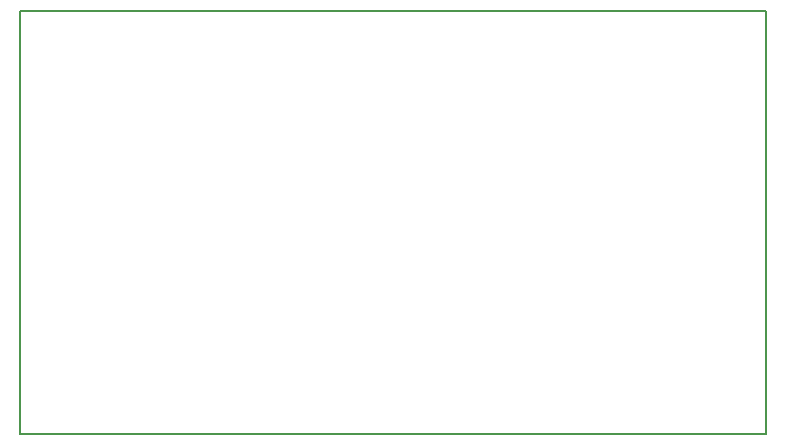
<source format=gbr>
%TF.GenerationSoftware,KiCad,Pcbnew,9.0.6+1*%
%TF.CreationDate,2025-12-11T16:55:29+00:00*%
%TF.ProjectId,KDT_Hierarchical_KiBot,4b44545f-4869-4657-9261-726368696361,+ (Unreleased)*%
%TF.SameCoordinates,Original*%
%TF.FileFunction,Profile,NP*%
%FSLAX46Y46*%
G04 Gerber Fmt 4.6, Leading zero omitted, Abs format (unit mm)*
G04 Created by KiCad (PCBNEW 9.0.6+1) date 2025-12-11 16:55:29*
%MOMM*%
%LPD*%
G01*
G04 APERTURE LIST*
%TA.AperFunction,Profile*%
%ADD10C,0.150000*%
%TD*%
G04 APERTURE END LIST*
D10*
X113390000Y-71330000D02*
X176590000Y-71330000D01*
X176590000Y-107090000D01*
X113390000Y-107090000D01*
X113390000Y-71330000D01*
M02*

</source>
